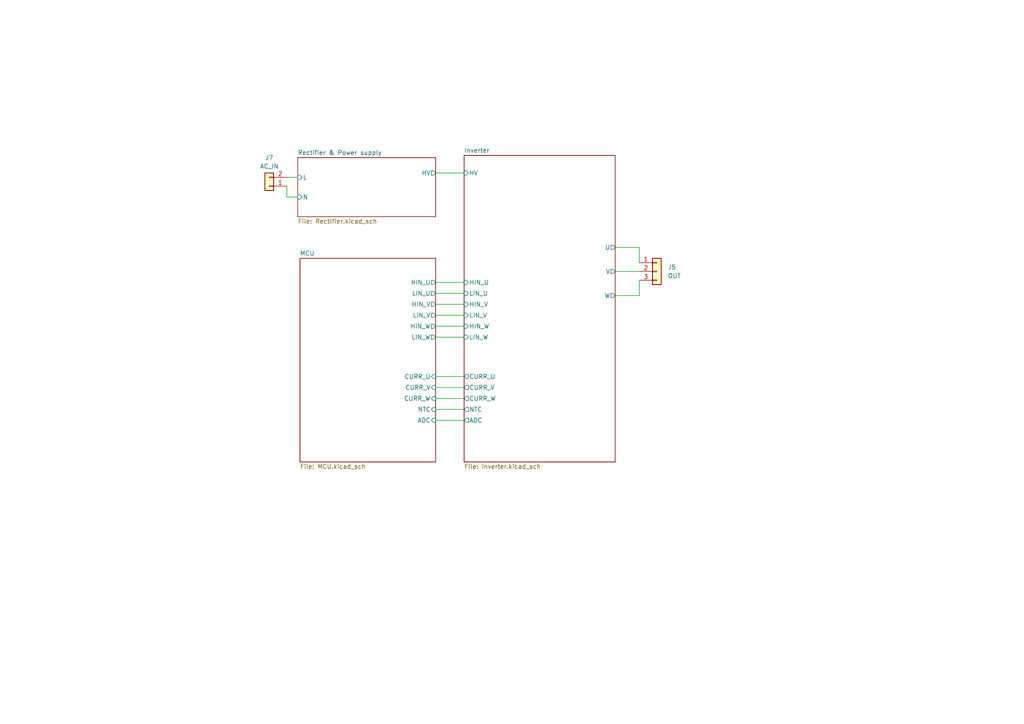
<source format=kicad_sch>
(kicad_sch (version 20230121) (generator eeschema)
  (paper "A4")
  (lib_symbols
    (symbol "Connector_Generic:Conn_01x02" (pin_names (offset 1.016) hide)
      (property "Reference" "J" (at 0 2.54 0))
      (property "Value" "Conn_01x02" (at 0 -5.08 0))
      (symbol "Conn_01x02_1_1"
        (rectangle (start -1.27 -2.413) (end 0 -2.667) (stroke (width 0.1524)))
        (rectangle (start -1.27 0.127) (end 0 -0.127) (stroke (width 0.1524)))
        (rectangle (start -1.27 1.27) (end 1.27 -3.81) (stroke (width 0.254)) (fill (type background)))
        (pin passive line (at -5.08 0 0) (length 3.81) (name "Pin_1") (number "1"))
        (pin passive line (at -5.08 -2.54 0) (length 3.81) (name "Pin_2") (number "2"))
      )
    )
    (symbol "Connector_Generic:Conn_01x03" (pin_names (offset 1.016) hide)
      (property "Reference" "J" (at 0 5.08 0))
      (property "Value" "Conn_01x03" (at 0 -5.08 0))
      (symbol "Conn_01x03_1_1"
        (rectangle (start -1.27 -2.413) (end 0 -2.667) (stroke (width 0.1524)))
        (rectangle (start -1.27 0.127) (end 0 -0.127) (stroke (width 0.1524)))
        (rectangle (start -1.27 2.667) (end 0 2.413) (stroke (width 0.1524)))
        (rectangle (start -1.27 3.81) (end 1.27 -3.81) (stroke (width 0.254)) (fill (type background)))
        (pin passive line (at -5.08 2.54 0) (length 3.81) (name "Pin_1") (number "1"))
        (pin passive line (at -5.08 0 0) (length 3.81) (name "Pin_2") (number "2"))
        (pin passive line (at -5.08 -2.54 0) (length 3.81) (name "Pin_3") (number "3"))
      )
    )
  )
  (wire (pts (xy 126.365 118.745) (xy 134.62 118.745)))
  (wire (pts (xy 185.42 81.28) (xy 185.42 85.725)))
  (wire (pts (xy 126.365 50.165) (xy 134.62 50.165)))
  (wire (pts (xy 178.435 85.725) (xy 185.42 85.725)))
  (wire (pts (xy 126.365 112.395) (xy 134.62 112.395)))
  (wire (pts (xy 178.435 71.755) (xy 185.42 71.755)))
  (wire (pts (xy 178.435 78.74) (xy 185.42 78.74)))
  (wire (pts (xy 126.365 81.915) (xy 134.62 81.915)))
  (wire (pts (xy 126.365 88.265) (xy 134.62 88.265)))
  (wire (pts (xy 126.365 115.57) (xy 134.62 115.57)))
  (wire (pts (xy 126.365 91.44) (xy 134.62 91.44)))
  (wire (pts (xy 83.185 51.435) (xy 86.36 51.435)))
  (wire (pts (xy 126.365 94.615) (xy 134.62 94.615)))
  (wire (pts (xy 126.365 109.22) (xy 134.62 109.22)))
  (wire (pts (xy 83.185 53.975) (xy 83.185 57.15)))
  (wire (pts (xy 83.185 57.15) (xy 86.36 57.15)))
  (wire (pts (xy 126.365 121.92) (xy 134.62 121.92)))
  (wire (pts (xy 126.365 97.79) (xy 134.62 97.79)))
  (wire (pts (xy 185.42 71.755) (xy 185.42 76.2)))
  (wire (pts (xy 126.365 85.09) (xy 134.62 85.09)))
  (symbol (lib_id "Connector_Generic:Conn_01x03") (at 190.5 78.74 0) (unit 1)
    (property "Reference" "J5" (at 193.675 77.47 0) (effects (justify left)))
    (property "Value" "OUT" (at 193.675 80.01 0) (effects (justify left)))
  )
  (symbol (lib_id "Connector_Generic:Conn_01x02") (at 78.105 53.975 180) (unit 1)
    (property "Reference" "J7" (at 78.105 45.72 0))
    (property "Value" "AC_IN" (at 78.105 48.26 0))
  )
  (sheet (at 86.36 45.72) (size 40.005 17.145) (stroke (width 0.1524))
    (property "Sheetname" "Rectifier & Power supply" (at 86.36 45.0084 0) (effects (justify left bottom)))
    (property "Sheetfile" "Rectifier.kicad_sch" (at 86.36 63.4496 0) (effects (justify left top)))
    (pin "HV" output (at 126.365 50.165 0))
    (pin "L" input (at 86.36 51.435 180))
    (pin "N" input (at 86.36 57.15 180))
  )
  (sheet (at 86.995 74.93) (size 39.37 59.055) (stroke (width 0.1524))
    (property "Sheetname" "MCU" (at 86.995 74.2184 0) (effects (justify left bottom)))
    (property "Sheetfile" "MCU.kicad_sch" (at 86.995 134.5696 0) (effects (justify left top)))
    (pin "HIN_U" output (at 126.365 81.915 0))
    (pin "HIN_V" output (at 126.365 88.265 0))
    (pin "LIN_V" output (at 126.365 91.44 0))
    (pin "LIN_U" output (at 126.365 85.09 0))
    (pin "HIN_W" output (at 126.365 94.615 0))
    (pin "LIN_W" output (at 126.365 97.79 0))
    (pin "CURR_V" input (at 126.365 112.395 0))
    (pin "CURR_U" input (at 126.365 109.22 0))
    (pin "NTC" input (at 126.365 118.745 0))
    (pin "CURR_W" input (at 126.365 115.57 0))
    (pin "ADC" input (at 126.365 121.92 0))
  )
  (sheet (at 134.62 45.085) (size 43.815 88.9) (stroke (width 0.1524))
    (property "Sheetname" "Inverter" (at 134.62 44.3734 0) (effects (justify left bottom)))
    (property "Sheetfile" "Inverter.kicad_sch" (at 134.62 134.5696 0) (effects (justify left top)))
    (pin "CURR_V" output (at 134.62 112.395 180))
    (pin "CURR_W" output (at 134.62 115.57 180))
    (pin "W" output (at 178.435 85.725 0))
    (pin "V" output (at 178.435 78.74 0))
    (pin "CURR_U" output (at 134.62 109.22 180))
    (pin "U" output (at 178.435 71.755 0))
    (pin "NTC" output (at 134.62 118.745 180))
    (pin "HIN_W" input (at 134.62 94.615 180))
    (pin "LIN_W" input (at 134.62 97.79 180))
    (pin "HIN_V" input (at 134.62 88.265 180))
    (pin "HIN_U" input (at 134.62 81.915 180))
    (pin "LIN_U" input (at 134.62 85.09 180))
    (pin "LIN_V" input (at 134.62 91.44 180))
    (pin "ADC" output (at 134.62 121.92 180))
    (pin "HV" input (at 134.62 50.165 180))
  )
)
</source>
